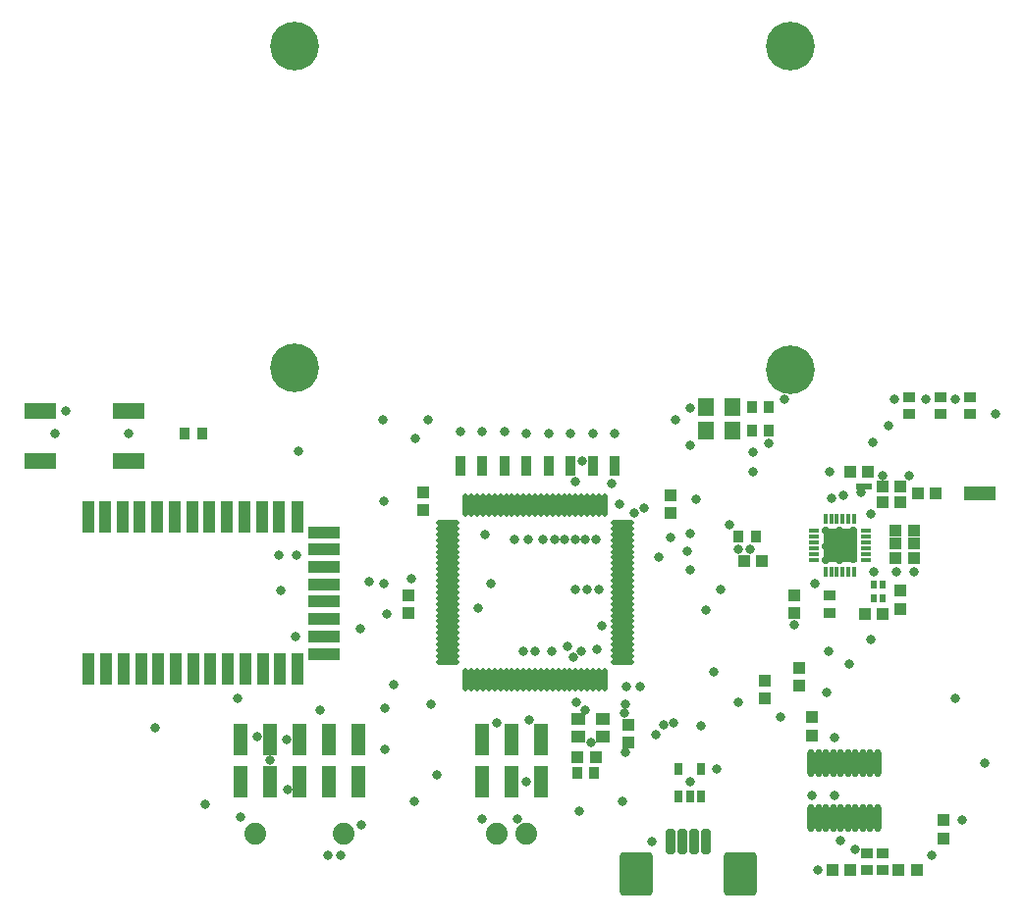
<source format=gbs>
G04 Layer_Color=16711935*
%FSTAX24Y24*%
%MOIN*%
G70*
G01*
G75*
%ADD47R,0.0415X0.0415*%
%ADD51R,0.0277X0.0198*%
%ADD52C,0.0741*%
%ADD53C,0.0316*%
%ADD54C,0.1655*%
%ADD55C,0.0277*%
%ADD56R,0.0356X0.0434*%
%ADD57R,0.0380X0.0680*%
%ADD58R,0.0434X0.0356*%
%ADD59R,0.0580X0.0630*%
%ADD60R,0.0415X0.0415*%
%ADD61R,0.1143X0.1143*%
%ADD62R,0.0178X0.0356*%
%ADD63R,0.0356X0.0178*%
%ADD64R,0.0226X0.0265*%
%ADD65R,0.1080X0.0480*%
%ADD66R,0.1080X0.0580*%
%ADD67O,0.0789X0.0198*%
%ADD68O,0.0198X0.0789*%
%ADD69R,0.0430X0.1080*%
%ADD70R,0.1080X0.0430*%
%ADD71R,0.0474X0.0434*%
G04:AMPARAMS|DCode=72|XSize=114.3mil|YSize=149.7mil|CornerRadius=17.3mil|HoleSize=0mil|Usage=FLASHONLY|Rotation=180.000|XOffset=0mil|YOffset=0mil|HoleType=Round|Shape=RoundedRectangle|*
%AMROUNDEDRECTD72*
21,1,0.1143,0.1152,0,0,180.0*
21,1,0.0797,0.1497,0,0,180.0*
1,1,0.0346,-0.0399,0.0576*
1,1,0.0346,0.0399,0.0576*
1,1,0.0346,0.0399,-0.0576*
1,1,0.0346,-0.0399,-0.0576*
%
%ADD72ROUNDEDRECTD72*%
G04:AMPARAMS|DCode=73|XSize=32mil|YSize=86.7mil|CornerRadius=7mil|HoleSize=0mil|Usage=FLASHONLY|Rotation=180.000|XOffset=0mil|YOffset=0mil|HoleType=Round|Shape=RoundedRectangle|*
%AMROUNDEDRECTD73*
21,1,0.0320,0.0727,0,0,180.0*
21,1,0.0180,0.0867,0,0,180.0*
1,1,0.0140,-0.0090,0.0364*
1,1,0.0140,0.0090,0.0364*
1,1,0.0140,0.0090,-0.0364*
1,1,0.0140,-0.0090,-0.0364*
%
%ADD73ROUNDEDRECTD73*%
%ADD74R,0.0474X0.1064*%
%ADD75R,0.0297X0.0395*%
%ADD76O,0.0237X0.0966*%
D47*
X052795Y0277D02*
D03*
X053405D02*
D03*
X053995Y02745D02*
D03*
X054605D02*
D03*
X053405Y02715D02*
D03*
X052795D02*
D03*
X052305Y0282D02*
D03*
X051695D02*
D03*
X048705Y02515D02*
D03*
X048095D02*
D03*
X053855Y02525D02*
D03*
X053245D02*
D03*
X053855Y0262D02*
D03*
X053245D02*
D03*
Y02575D02*
D03*
X053855D02*
D03*
X053955Y01465D02*
D03*
X053345D02*
D03*
X051095D02*
D03*
X051705D02*
D03*
X052805Y02335D02*
D03*
X052195D02*
D03*
X042445Y0185D02*
D03*
X043055D02*
D03*
D51*
X0523Y0277D02*
D03*
X052024D02*
D03*
D52*
X0407Y0159D02*
D03*
X0397D02*
D03*
X0345Y015896D02*
D03*
X0315D02*
D03*
D53*
X0476Y0264D02*
D03*
X0479Y02555D02*
D03*
X0483D02*
D03*
X0272Y0295D02*
D03*
X05425Y03065D02*
D03*
X0532D02*
D03*
X05525D02*
D03*
X03845Y02955D02*
D03*
X0392D02*
D03*
X04145Y0295D02*
D03*
X04295D02*
D03*
X0437D02*
D03*
X0422D02*
D03*
X0407D02*
D03*
X03995Y02955D02*
D03*
X05205Y0275D02*
D03*
X05145Y0274D02*
D03*
X0528Y02805D02*
D03*
X0537D02*
D03*
X04625Y0291D02*
D03*
X031Y01645D02*
D03*
X0247Y0295D02*
D03*
X02505Y03025D02*
D03*
X0424Y02035D02*
D03*
X0403Y0259D02*
D03*
X04385Y0271D02*
D03*
X04315Y0242D02*
D03*
X05625Y0183D02*
D03*
X05115Y0172D02*
D03*
X05185Y01535D02*
D03*
X05135Y01565D02*
D03*
X0505Y0244D02*
D03*
X05105Y0273D02*
D03*
X0555Y01635D02*
D03*
X0281Y0195D02*
D03*
X04075Y0259D02*
D03*
X04235Y02785D02*
D03*
X0359Y01875D02*
D03*
X03745Y0203D02*
D03*
X03905Y02355D02*
D03*
X03585Y0244D02*
D03*
X03235Y02415D02*
D03*
X0323Y02535D02*
D03*
X0329D02*
D03*
X0509Y0207D02*
D03*
X05525Y0205D02*
D03*
X0468Y0235D02*
D03*
X0404Y0164D02*
D03*
X03535Y02445D02*
D03*
X03595Y02335D02*
D03*
X0309Y0205D02*
D03*
X0504Y0172D02*
D03*
X04715Y0181D02*
D03*
X05095Y0221D02*
D03*
X0479Y02035D02*
D03*
X03765Y0179D02*
D03*
X0397Y01965D02*
D03*
X0421Y02225D02*
D03*
X0426Y02855D02*
D03*
X032Y0184D02*
D03*
X0457Y01965D02*
D03*
X04125Y0259D02*
D03*
X04435Y0268D02*
D03*
X04235Y0259D02*
D03*
X0427D02*
D03*
X03585Y0272D02*
D03*
X0431Y02215D02*
D03*
X0525Y0248D02*
D03*
X05115Y01915D02*
D03*
X03255Y0191D02*
D03*
X0369Y017D02*
D03*
X044966Y015616D02*
D03*
X0362Y02095D02*
D03*
X0298Y0169D02*
D03*
X0326Y0174D02*
D03*
X04235Y0242D02*
D03*
X04275D02*
D03*
X04165Y0259D02*
D03*
X04305D02*
D03*
X042D02*
D03*
X03505Y02285D02*
D03*
X04625Y02485D02*
D03*
X0359Y02015D02*
D03*
X03735Y02995D02*
D03*
X0392Y0164D02*
D03*
X04325Y02295D02*
D03*
X0441Y0209D02*
D03*
X04455D02*
D03*
X03395Y01515D02*
D03*
X0344D02*
D03*
X0393Y02605D02*
D03*
X0484Y0282D02*
D03*
X0337Y0201D02*
D03*
X03155Y0192D02*
D03*
X04625Y01765D02*
D03*
X04535Y0196D02*
D03*
X046628Y01955D02*
D03*
X053Y02975D02*
D03*
X05245Y0292D02*
D03*
X0506Y01465D02*
D03*
X04255Y0221D02*
D03*
X0423Y0219D02*
D03*
X03285Y0226D02*
D03*
X04645Y02725D02*
D03*
X0436Y0278D02*
D03*
X0368Y02455D02*
D03*
X054453Y015147D02*
D03*
X052395Y02675D02*
D03*
X0456Y025959D02*
D03*
X0452Y0253D02*
D03*
X04615Y0255D02*
D03*
X04291Y018986D02*
D03*
X04405Y01865D02*
D03*
X044025Y019989D02*
D03*
X04405Y0203D02*
D03*
X0427Y0201D02*
D03*
X05385Y0248D02*
D03*
X05325D02*
D03*
X0524Y0225D02*
D03*
X040698Y017652D02*
D03*
X04933Y01986D02*
D03*
X04894Y02918D02*
D03*
X0447Y02695D02*
D03*
X04625Y03035D02*
D03*
X04577Y02996D02*
D03*
X0451Y01925D02*
D03*
X0425Y01665D02*
D03*
X0406Y0221D02*
D03*
X04155D02*
D03*
X03951Y02441D02*
D03*
X041Y0221D02*
D03*
X03583Y02995D02*
D03*
X03693Y02932D02*
D03*
X04396Y01701D02*
D03*
X05663Y03015D02*
D03*
X0351Y0162D02*
D03*
X0408Y01975D02*
D03*
X04705Y0214D02*
D03*
X05165Y02165D02*
D03*
X04945Y03065D02*
D03*
X051Y0282D02*
D03*
X0484Y02885D02*
D03*
X03295Y0289D02*
D03*
X0498Y023D02*
D03*
X0473Y0242D02*
D03*
X04625Y0261D02*
D03*
D54*
X04965Y03165D02*
D03*
X049657Y042672D02*
D03*
X032826D02*
D03*
Y031746D02*
D03*
D55*
X05179Y02566D02*
D03*
X05134D02*
D03*
Y02521D02*
D03*
X05087D02*
D03*
X05134Y02621D02*
D03*
X05179D02*
D03*
X05087Y02566D02*
D03*
Y02621D02*
D03*
X05179Y02522D02*
D03*
D56*
X047905Y026D02*
D03*
X048495D02*
D03*
X048945Y0304D02*
D03*
X048355D02*
D03*
X048945Y0296D02*
D03*
X048355D02*
D03*
X043005Y01795D02*
D03*
X042415D02*
D03*
X029105Y0295D02*
D03*
X029695D02*
D03*
D57*
X03845Y0284D02*
D03*
X0392D02*
D03*
X03995D02*
D03*
X0407D02*
D03*
X04145D02*
D03*
X0422D02*
D03*
X04295D02*
D03*
X0437D02*
D03*
D58*
X0537Y030745D02*
D03*
Y030155D02*
D03*
X051Y023405D02*
D03*
Y023995D02*
D03*
X0528Y014655D02*
D03*
Y015245D02*
D03*
X05225Y014655D02*
D03*
Y015245D02*
D03*
X05475Y030155D02*
D03*
Y030745D02*
D03*
X05575Y030155D02*
D03*
Y030745D02*
D03*
D59*
X0468Y0304D02*
D03*
X0477D02*
D03*
Y0296D02*
D03*
X0468D02*
D03*
D60*
X04995Y020915D02*
D03*
Y021525D02*
D03*
X0488Y020495D02*
D03*
Y021105D02*
D03*
X0498Y024005D02*
D03*
Y023395D02*
D03*
X0456Y027405D02*
D03*
Y026795D02*
D03*
X0372Y026895D02*
D03*
Y027505D02*
D03*
X0367Y024005D02*
D03*
Y023395D02*
D03*
X0504Y019855D02*
D03*
Y019245D02*
D03*
X0534Y023545D02*
D03*
Y024155D02*
D03*
X04415Y019605D02*
D03*
Y018995D02*
D03*
X05485Y016355D02*
D03*
Y015745D02*
D03*
D61*
X05135Y0257D02*
D03*
D62*
X051837Y026585D02*
D03*
X05164D02*
D03*
X051444D02*
D03*
X051247D02*
D03*
X05105D02*
D03*
X050853D02*
D03*
Y024813D02*
D03*
X05105D02*
D03*
X051247D02*
D03*
X051444D02*
D03*
X05164D02*
D03*
X051837D02*
D03*
D63*
X050459Y026191D02*
D03*
Y025994D02*
D03*
Y025797D02*
D03*
Y025601D02*
D03*
Y025404D02*
D03*
Y025207D02*
D03*
X052231D02*
D03*
Y025404D02*
D03*
Y025601D02*
D03*
Y025797D02*
D03*
Y025994D02*
D03*
Y026191D02*
D03*
D64*
X0528Y0239D02*
D03*
Y02435D02*
D03*
X0525D02*
D03*
Y0239D02*
D03*
D65*
X0561Y02745D02*
D03*
D66*
X0242Y02855D02*
D03*
X0272D02*
D03*
X0242Y03025D02*
D03*
X0272D02*
D03*
D67*
X043972Y026462D02*
D03*
Y026265D02*
D03*
Y026068D02*
D03*
Y025872D02*
D03*
Y025675D02*
D03*
Y025478D02*
D03*
Y025281D02*
D03*
Y025084D02*
D03*
Y024887D02*
D03*
Y024691D02*
D03*
Y024494D02*
D03*
Y024297D02*
D03*
Y0241D02*
D03*
Y023903D02*
D03*
Y023706D02*
D03*
Y023509D02*
D03*
Y023313D02*
D03*
Y023116D02*
D03*
Y022919D02*
D03*
Y022722D02*
D03*
Y022525D02*
D03*
Y022328D02*
D03*
Y022132D02*
D03*
Y021935D02*
D03*
Y021738D02*
D03*
X038028D02*
D03*
Y021935D02*
D03*
Y022132D02*
D03*
Y022328D02*
D03*
Y022525D02*
D03*
Y022722D02*
D03*
Y022919D02*
D03*
Y023116D02*
D03*
Y023313D02*
D03*
Y023509D02*
D03*
Y023706D02*
D03*
Y023903D02*
D03*
Y0241D02*
D03*
Y024297D02*
D03*
Y024494D02*
D03*
Y024691D02*
D03*
Y024887D02*
D03*
Y025084D02*
D03*
Y025281D02*
D03*
Y025478D02*
D03*
Y025675D02*
D03*
Y025872D02*
D03*
Y026068D02*
D03*
Y026265D02*
D03*
Y026462D02*
D03*
D68*
X043362Y021128D02*
D03*
X043165D02*
D03*
X042969D02*
D03*
X042772D02*
D03*
X042575D02*
D03*
X042378D02*
D03*
X042181D02*
D03*
X041984D02*
D03*
X041787D02*
D03*
X041591D02*
D03*
X041394D02*
D03*
X041197D02*
D03*
X041D02*
D03*
X040803D02*
D03*
X040606D02*
D03*
X040409D02*
D03*
X040213D02*
D03*
X040016D02*
D03*
X039819D02*
D03*
X039622D02*
D03*
X039425D02*
D03*
X039228D02*
D03*
X039032D02*
D03*
X038835D02*
D03*
X038638D02*
D03*
Y027072D02*
D03*
X038835D02*
D03*
X039032D02*
D03*
X039228D02*
D03*
X039425D02*
D03*
X039622D02*
D03*
X039819D02*
D03*
X040016D02*
D03*
X040213D02*
D03*
X040409D02*
D03*
X040606D02*
D03*
X040803D02*
D03*
X041D02*
D03*
X041197D02*
D03*
X041394D02*
D03*
X041591D02*
D03*
X041787D02*
D03*
X041984D02*
D03*
X042181D02*
D03*
X042378D02*
D03*
X042575D02*
D03*
X042772D02*
D03*
X042969D02*
D03*
X043165D02*
D03*
X043362D02*
D03*
D69*
X032934Y0215D02*
D03*
X032919Y026661D02*
D03*
X030543D02*
D03*
X031123Y026657D02*
D03*
X032304D02*
D03*
X031724Y026661D02*
D03*
X025819D02*
D03*
X026398Y026657D02*
D03*
X02758D02*
D03*
X027Y026661D02*
D03*
X029362D02*
D03*
X029942Y026657D02*
D03*
X028761D02*
D03*
X028181Y026661D02*
D03*
X032343Y0215D02*
D03*
X031162D02*
D03*
X031753D02*
D03*
X029981D02*
D03*
X030572D02*
D03*
X029391D02*
D03*
X0288D02*
D03*
X025847D02*
D03*
X026438D02*
D03*
X027619D02*
D03*
X027028D02*
D03*
X028209D02*
D03*
D70*
X033839Y023783D02*
D03*
Y023193D02*
D03*
Y022012D02*
D03*
Y022602D02*
D03*
Y024965D02*
D03*
Y024374D02*
D03*
Y025555D02*
D03*
Y026146D02*
D03*
D71*
X04246Y01979D02*
D03*
X0433D02*
D03*
Y01919D02*
D03*
X04246D02*
D03*
D72*
X044428Y014524D02*
D03*
X047972D02*
D03*
D73*
X045609Y015616D02*
D03*
X046003D02*
D03*
X046397D02*
D03*
X046791D02*
D03*
D74*
X0412Y019109D02*
D03*
X0402D02*
D03*
X0392D02*
D03*
X0412Y017652D02*
D03*
X0402D02*
D03*
X0392D02*
D03*
X031Y019104D02*
D03*
X035D02*
D03*
X034D02*
D03*
X033D02*
D03*
X032D02*
D03*
X035Y017648D02*
D03*
X034D02*
D03*
X033D02*
D03*
X032D02*
D03*
X031D02*
D03*
D75*
X046628Y0181D02*
D03*
X04588D02*
D03*
X046628Y017155D02*
D03*
X046254D02*
D03*
X04588D02*
D03*
D76*
X050375Y018305D02*
D03*
X050625D02*
D03*
X050875D02*
D03*
X051125D02*
D03*
X051375D02*
D03*
X051625D02*
D03*
X051875D02*
D03*
X052125D02*
D03*
X052375D02*
D03*
X052625D02*
D03*
X050375Y016435D02*
D03*
X050625D02*
D03*
X050875D02*
D03*
X051125D02*
D03*
X051375D02*
D03*
X051625D02*
D03*
X051875D02*
D03*
X052125D02*
D03*
X052375D02*
D03*
X052625D02*
D03*
M02*

</source>
